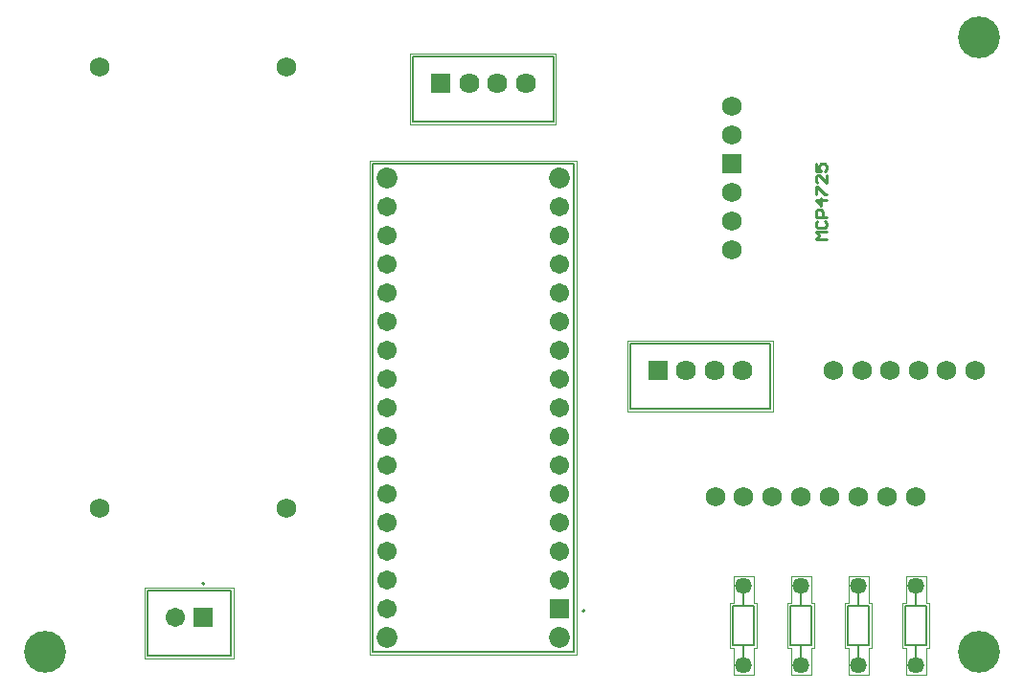
<source format=gts>
G04*
G04 #@! TF.GenerationSoftware,Altium Limited,Altium Designer,22.5.1 (42)*
G04*
G04 Layer_Color=8388736*
%FSLAX42Y42*%
%MOMM*%
G71*
G04*
G04 #@! TF.SameCoordinates,9A8E8AE2-EB4B-44E5-8707-8227BA4DF72F*
G04*
G04*
G04 #@! TF.FilePolarity,Negative*
G04*
G01*
G75*
%ADD10C,0.20*%
%ADD11C,0.25*%
%ADD12C,0.13*%
%ADD13C,0.05*%
%ADD14R,1.73X1.73*%
%ADD15C,1.73*%
%ADD16C,3.70*%
%ADD17C,1.46*%
%ADD18R,1.79X1.79*%
%ADD19C,1.79*%
%ADD20C,1.71*%
%ADD21R,1.71X1.71*%
%ADD22C,1.85*%
D10*
X10475Y3676D02*
G03*
X10475Y3676I-10J0D01*
G01*
X13837Y3432D02*
G03*
X13837Y3432I-10J0D01*
G01*
D11*
X15977Y6718D02*
X15877D01*
X15910Y6752D01*
X15877Y6785D01*
X15977D01*
X15893Y6885D02*
X15877Y6868D01*
Y6835D01*
X15893Y6818D01*
X15960D01*
X15977Y6835D01*
Y6868D01*
X15960Y6885D01*
X15977Y6918D02*
X15877D01*
Y6968D01*
X15893Y6985D01*
X15927D01*
X15943Y6968D01*
Y6918D01*
X15977Y7068D02*
X15877D01*
X15927Y7018D01*
Y7085D01*
X15877Y7118D02*
Y7185D01*
X15893D01*
X15960Y7118D01*
X15977D01*
Y7285D02*
Y7218D01*
X15910Y7285D01*
X15893D01*
X15877Y7268D01*
Y7235D01*
X15893Y7218D01*
X15877Y7385D02*
Y7318D01*
X15927D01*
X15910Y7351D01*
Y7368D01*
X15927Y7385D01*
X15960D01*
X15977Y7368D01*
Y7335D01*
X15960Y7318D01*
D12*
X16671Y3127D02*
Y3477D01*
X16764D01*
X16857D01*
Y3127D02*
Y3477D01*
X16764Y3127D02*
X16857D01*
X16671D02*
X16764D01*
Y3009D02*
Y3127D01*
Y3477D02*
Y3594D01*
X16163Y3127D02*
Y3477D01*
X16256D01*
X16349D01*
Y3127D02*
Y3477D01*
X16256Y3127D02*
X16349D01*
X16163D02*
X16256D01*
Y3009D02*
Y3127D01*
Y3477D02*
Y3594D01*
X15655Y3127D02*
Y3477D01*
X15748D01*
X15840D01*
Y3127D02*
Y3477D01*
X15748Y3127D02*
X15840D01*
X15655D02*
X15748D01*
Y3009D02*
Y3127D01*
Y3477D02*
Y3594D01*
X14237Y5223D02*
X15477D01*
Y5798D01*
X14237D02*
X15477D01*
X14237Y5223D02*
Y5798D01*
X12317Y7763D02*
X13557D01*
Y8338D01*
X12317D02*
X13557D01*
X12317Y7763D02*
Y8338D01*
X9970Y3613D02*
X10710D01*
X9970Y3038D02*
Y3613D01*
Y3038D02*
X10710D01*
Y3613D01*
X11963Y7391D02*
X13741D01*
X11963Y3073D02*
Y7391D01*
X13741Y3073D02*
Y7391D01*
X11963Y3073D02*
X13741D01*
X15148Y3127D02*
Y3477D01*
X15240D01*
X15332D01*
Y3127D02*
Y3477D01*
X15240Y3127D02*
X15332D01*
X15148D02*
X15240D01*
Y3009D02*
Y3127D01*
Y3477D02*
Y3594D01*
D13*
X16646Y3102D02*
Y3502D01*
X16676D01*
Y3740D01*
X16852D01*
Y3502D02*
Y3740D01*
Y3502D02*
X16882D01*
Y3102D02*
Y3502D01*
X16852Y3102D02*
X16882D01*
X16852Y2864D02*
Y3102D01*
X16676Y2864D02*
X16852D01*
X16676D02*
Y3102D01*
X16646D02*
X16676D01*
X16138D02*
Y3502D01*
X16168D01*
Y3740D01*
X16344D01*
Y3502D02*
Y3740D01*
Y3502D02*
X16374D01*
Y3102D02*
Y3502D01*
X16344Y3102D02*
X16374D01*
X16344Y2864D02*
Y3102D01*
X16168Y2864D02*
X16344D01*
X16168D02*
Y3102D01*
X16138D02*
X16168D01*
X15630D02*
Y3502D01*
X15660D01*
Y3740D01*
X15836D01*
Y3502D02*
Y3740D01*
Y3502D02*
X15865D01*
Y3102D02*
Y3502D01*
X15836Y3102D02*
X15865D01*
X15836Y2864D02*
Y3102D01*
X15660Y2864D02*
X15836D01*
X15660D02*
Y3102D01*
X15630D02*
X15660D01*
X14212Y5823D02*
X15502D01*
Y5198D02*
Y5823D01*
X14212Y5198D02*
X15502D01*
X14212D02*
Y5823D01*
X12292Y8363D02*
X13582D01*
Y7738D02*
Y8363D01*
X12292Y7738D02*
X13582D01*
X12292D02*
Y8363D01*
X9945Y3638D02*
X10735D01*
X9945Y3013D02*
Y3638D01*
Y3013D02*
X10735D01*
Y3638D01*
X13766Y3048D02*
Y7416D01*
X11938D02*
X13766D01*
X11938Y3048D02*
Y7416D01*
Y3048D02*
X13766D01*
X15123Y3102D02*
Y3502D01*
X15152D01*
Y3740D01*
X15328D01*
Y3502D02*
Y3740D01*
Y3502D02*
X15357D01*
Y3102D02*
Y3502D01*
X15328Y3102D02*
X15357D01*
X15328Y2864D02*
Y3102D01*
X15152Y2864D02*
X15328D01*
X15152D02*
Y3102D01*
X15123D02*
X15152D01*
D14*
X15138Y7391D02*
D03*
D15*
Y7137D02*
D03*
Y6883D02*
D03*
Y6629D02*
D03*
Y7645D02*
D03*
Y7899D02*
D03*
X16764Y4445D02*
D03*
X16510D02*
D03*
X16256D02*
D03*
X16002D02*
D03*
X15748D02*
D03*
X15494D02*
D03*
X15240D02*
D03*
X14994D02*
D03*
X17285Y5563D02*
D03*
X17035D02*
D03*
X16785D02*
D03*
X16535D02*
D03*
X16285D02*
D03*
X16035D02*
D03*
X9550Y8243D02*
D03*
X11200Y4343D02*
D03*
X9550D02*
D03*
X11200Y8243D02*
D03*
D16*
X17323Y8509D02*
D03*
X9068Y3073D02*
D03*
X17323D02*
D03*
D17*
X16764Y2952D02*
D03*
Y3652D02*
D03*
X16256Y2952D02*
D03*
Y3652D02*
D03*
X15748Y2952D02*
D03*
Y3652D02*
D03*
X15240Y2952D02*
D03*
Y3652D02*
D03*
D18*
X14482Y5563D02*
D03*
X12562Y8103D02*
D03*
D19*
X14732Y5563D02*
D03*
X14982D02*
D03*
X15232D02*
D03*
X12812Y8103D02*
D03*
X13062D02*
D03*
X13312D02*
D03*
D20*
X10215Y3378D02*
D03*
X12090Y3454D02*
D03*
Y3708D02*
D03*
Y3962D02*
D03*
Y4216D02*
D03*
Y4470D02*
D03*
Y4724D02*
D03*
Y4978D02*
D03*
Y5232D02*
D03*
Y5486D02*
D03*
Y5740D02*
D03*
Y5994D02*
D03*
Y6248D02*
D03*
Y6502D02*
D03*
Y6756D02*
D03*
Y7010D02*
D03*
X13614D02*
D03*
Y6756D02*
D03*
Y6502D02*
D03*
Y6248D02*
D03*
Y5994D02*
D03*
Y5740D02*
D03*
Y5486D02*
D03*
Y5232D02*
D03*
Y4978D02*
D03*
Y4724D02*
D03*
Y4470D02*
D03*
Y4216D02*
D03*
Y3962D02*
D03*
Y3708D02*
D03*
D21*
X10465Y3378D02*
D03*
X13614Y3454D02*
D03*
D22*
X12090Y3200D02*
D03*
X13614D02*
D03*
X12090Y7264D02*
D03*
X13614D02*
D03*
M02*

</source>
